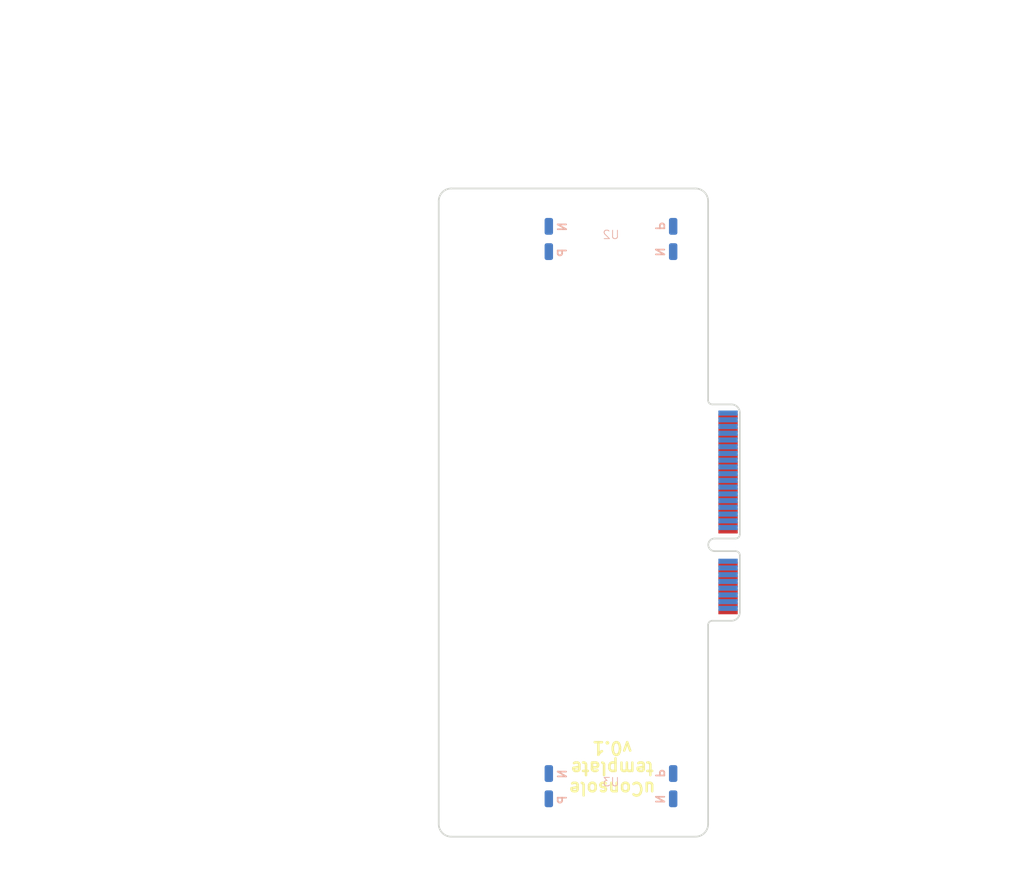
<source format=kicad_pcb>
(kicad_pcb (version 20240108) (generator "pcbnew") (generator_version "8.0")
  (title_block (title "uConsole expansion card template") (date "2024-07-10") (rev "0.1"))
  (layers (0 "F.Cu" signal) (31 "B.Cu" signal) (34 "B.Paste" user) (35 "F.Paste" user) (36 "B.SilkS" user "B.Silkscreen") (37 "F.SilkS" user "F.Silkscreen") (38 "B.Mask" user) (39 "F.Mask" user) (44 "Edge.Cuts" user))
  (net 0 "")
  (net 1 "/SPEAKER_LP")
  (net 2 "/SPEAKER_LN")
  (net 3 "/SPEAKER_RP")
  (net 4 "/SPEAKER_RN")
  (net 5 "/CAM1_DP3")
  (net 6 "/CAM1_DN3")
  (net 7 "/CAM1_DP2")
  (net 8 "/CAM1_DN2")
  (net 9 "/CAM1_CP")
  (net 10 "/CAM1_CN")
  (net 11 "/CAM1_DP1")
  (net 12 "/CAM1_DN1")
  (net 13 "/CAM1_DP0")
  (net 14 "/CAM1_DN0")
  (net 15 "+5V")
  (net 16 "GND")
  (net 17 "+3V3")
  (net 18 "/GPIO28")
  (net 19 "/GPIO29")
  (net 20 "/GPIO30")
  (net 21 "/GPIO31")
  (net 22 "/GPIO32")
  (net 23 "/GPIO33")
  (net 24 "/GPIO34")
  (net 25 "/GPIO35")
  (net 26 "/GPIO36")
  (net 27 "/GPIO37")
  (net 28 "/GPIO38")
  (net 29 "/GPIO39")
  (net 30 "/GPIO40")
  (net 31 "/GPIO41")
  (net 32 "/GPIO42")
  (net 33 "/GPIO43")
  (net 34 "/GPIO44")
  (net 35 "/GPIO45")
  (net 36 "/USB3_D-")
  (net 37 "/USB3_D+")
  (net 38 "/USB4_D-")
  (net 39 "/USB4_D+")
  (footprint "uconsole:edge-minipcie" (layer "F.Cu") (at 115.99 100)
    (property "Reference" "U1" (hide yes))
    (property "Value" "UC EXPANSION")
    (pad "1" connect rect (at 0.495 11.78) (size 2.3 0.6) (layers "F.Cu" "F.Mask") (net 1 "/SPEAKER_LP"))
    (pad "2" connect rect (at 0.495 11.38) (size 2.3 0.6) (layers "B.Cu" "B.Mask") (net 15 "+5V"))
    (pad "3" connect rect (at 0.495 10.98) (size 2.3 0.6) (layers "F.Cu" "F.Mask") (net 2 "/SPEAKER_LN"))
    (pad "4" connect rect (at 0.495 10.58) (size 2.3 0.6) (layers "B.Cu" "B.Mask") (net 15 "+5V"))
    (pad "5" connect rect (at 0.495 10.18) (size 2.3 0.6) (layers "F.Cu" "F.Mask") (net 16 "GND"))
    (pad "6" connect rect (at 0.495 9.78) (size 2.3 0.6) (layers "B.Cu" "B.Mask") (net 15 "+5V"))
    (pad "7" connect rect (at 0.495 9.38) (size 2.3 0.6) (layers "F.Cu" "F.Mask") (net 37 "/USB3_D+"))
    (pad "8" connect rect (at 0.495 8.98) (size 2.3 0.6) (layers "B.Cu" "B.Mask") (net 15 "+5V"))
    (pad "9" connect rect (at 0.495 8.58) (size 2.3 0.6) (layers "F.Cu" "F.Mask") (net 36 "/USB3_D-"))
    (pad "10" connect rect (at 0.495 8.18) (size 2.3 0.6) (layers "B.Cu" "B.Mask") (net 15 "+5V"))
    (pad "11" connect rect (at 0.495 7.78) (size 2.3 0.6) (layers "F.Cu" "F.Mask") (net 16 "GND"))
    (pad "12" connect rect (at 0.495 7.38) (size 2.3 0.6) (layers "B.Cu" "B.Mask") (net 16 "GND"))
    (pad "13" connect rect (at 0.495 6.98) (size 2.3 0.6) (layers "F.Cu" "F.Mask") (net 39 "/USB4_D+"))
    (pad "14" connect rect (at 0.495 6.58) (size 2.3 0.6) (layers "B.Cu" "B.Mask") (net 3 "/SPEAKER_RP"))
    (pad "15" connect rect (at 0.495 6.18) (size 2.3 0.6) (layers "F.Cu" "F.Mask") (net 38 "/USB4_D-"))
    (pad "16" connect rect (at 0.495 5.78) (size 2.3 0.6) (layers "B.Cu" "B.Mask") (net 4 "/SPEAKER_RN"))
    (pad "17" connect rect (at 0.495 2.18) (size 2.3 0.6) (layers "F.Cu" "F.Mask") (net 17 "+3V3"))
    (pad "18" connect rect (at 0.495 1.78) (size 2.3 0.6) (layers "B.Cu" "B.Mask") (net 18 "/GPIO28"))
    (pad "19" connect rect (at 0.495 1.38) (size 2.3 0.6) (layers "F.Cu" "F.Mask") (net 17 "+3V3"))
    (pad "20" connect rect (at 0.495 0.98) (size 2.3 0.6) (layers "B.Cu" "B.Mask") (net 19 "/GPIO29"))
    (pad "21" connect rect (at 0.495 0.58) (size 2.3 0.6) (layers "F.Cu" "F.Mask") (net 16 "GND"))
    (pad "22" connect rect (at 0.495 0.18) (size 2.3 0.6) (layers "B.Cu" "B.Mask") (net 20 "/GPIO30"))
    (pad "23" connect rect (at 0.495 -0.22) (size 2.3 0.6) (layers "F.Cu" "F.Mask") (net 5 "/CAM1_DP3"))
    (pad "24" connect rect (at 0.495 -0.62) (size 2.3 0.6) (layers "B.Cu" "B.Mask") (net 21 "/GPIO31"))
    (pad "25" connect rect (at 0.495 -1.02) (size 2.3 0.6) (layers "F.Cu" "F.Mask") (net 6 "/CAM1_DN3"))
    (pad "26" connect rect (at 0.495 -1.42) (size 2.3 0.6) (layers "B.Cu" "B.Mask") (net 22 "/GPIO32"))
    (pad "27" connect rect (at 0.495 -1.82) (size 2.3 0.6) (layers "F.Cu" "F.Mask") (net 16 "GND"))
    (pad "28" connect rect (at 0.495 -2.22) (size 2.3 0.6) (layers "B.Cu" "B.Mask") (net 23 "/GPIO33"))
    (pad "29" connect rect (at 0.495 -2.62) (size 2.3 0.6) (layers "F.Cu" "F.Mask") (net 7 "/CAM1_DP2"))
    (pad "30" connect rect (at 0.495 -3.02) (size 2.3 0.6) (layers "B.Cu" "B.Mask") (net 24 "/GPIO34"))
    (pad "31" connect rect (at 0.495 -3.42) (size 2.3 0.6) (layers "F.Cu" "F.Mask") (net 8 "/CAM1_DN2"))
    (pad "32" connect rect (at 0.495 -3.82) (size 2.3 0.6) (layers "B.Cu" "B.Mask") (net 25 "/GPIO35"))
    (pad "33" connect rect (at 0.495 -4.22) (size 2.3 0.6) (layers "F.Cu" "F.Mask") (net 16 "GND"))
    (pad "34" connect rect (at 0.495 -4.62) (size 2.3 0.6) (layers "B.Cu" "B.Mask") (net 26 "/GPIO36"))
    (pad "35" connect rect (at 0.495 -5.02) (size 2.3 0.6) (layers "F.Cu" "F.Mask") (net 9 "/CAM1_CP"))
    (pad "36" connect rect (at 0.495 -5.42) (size 2.3 0.6) (layers "B.Cu" "B.Mask") (net 27 "/GPIO37"))
    (pad "37" connect rect (at 0.495 -5.82) (size 2.3 0.6) (layers "F.Cu" "F.Mask") (net 10 "/CAM1_CN"))
    (pad "38" connect rect (at 0.495 -6.22) (size 2.3 0.6) (layers "B.Cu" "B.Mask") (net 28 "/GPIO38"))
    (pad "39" connect rect (at 0.495 -6.62) (size 2.3 0.6) (layers "F.Cu" "F.Mask") (net 16 "GND"))
    (pad "40" connect rect (at 0.495 -7.02) (size 2.3 0.6) (layers "B.Cu" "B.Mask") (net 29 "/GPIO39"))
    (pad "41" connect rect (at 0.495 -7.42) (size 2.3 0.6) (layers "F.Cu" "F.Mask") (net 11 "/CAM1_DP1"))
    (pad "42" connect rect (at 0.495 -7.82) (size 2.3 0.6) (layers "B.Cu" "B.Mask") (net 30 "/GPIO40"))
    (pad "43" connect rect (at 0.495 -8.22) (size 2.3 0.6) (layers "F.Cu" "F.Mask") (net 12 "/CAM1_DN1"))
    (pad "44" connect rect (at 0.495 -8.62) (size 2.3 0.6) (layers "B.Cu" "B.Mask") (net 31 "/GPIO41"))
    (pad "45" connect rect (at 0.495 -9.02) (size 2.3 0.6) (layers "F.Cu" "F.Mask") (net 16 "GND"))
    (pad "46" connect rect (at 0.495 -9.42) (size 2.3 0.6) (layers "B.Cu" "B.Mask") (net 32 "/GPIO42"))
    (pad "47" connect rect (at 0.495 -9.82) (size 2.3 0.6) (layers "F.Cu" "F.Mask") (net 13 "/CAM1_DP0"))
    (pad "48" connect rect (at 0.495 -10.22) (size 2.3 0.6) (layers "B.Cu" "B.Mask") (net 33 "/GPIO43"))
    (pad "49" connect rect (at 0.495 -10.62) (size 2.3 0.6) (layers "F.Cu" "F.Mask") (net 14 "/CAM1_DN0"))
    (pad "50" connect rect (at 0.495 -11.02) (size 2.3 0.6) (layers "B.Cu" "B.Mask") (net 34 "/GPIO44"))
    (pad "51" connect rect (at 0.495 -11.42) (size 2.3 0.6) (layers "F.Cu" "F.Mask") (net 16 "GND"))
    (pad "52" connect rect (at 0.495 -11.82) (size 2.3 0.6) (layers "B.Cu" "B.Mask") (net 35 "/GPIO45"))
  )
  (footprint "MountingHole:MountingHole_5mm" (layer "F.Cu") (at 89.115 67.5)
    (property "Reference" "H1" (hide yes))
    (property "Value" "MountingHole")
    (pad "" np_thru_hole circle (at 0 0) (size 5 5) (drill 5) (layers "*.Cu" "*.Mask"))
  )
  (footprint "MountingHole:MountingHole_5mm" (layer "F.Cu") (at 89.115 132.5)
    (property "Reference" "H2" (hide yes))
    (property "Value" "MountingHole")
    (pad "" np_thru_hole circle (at 0 0) (size 5 5) (drill 5) (layers "*.Cu" "*.Mask"))
  )
  (footprint "uconsole:speaker pads" (layer "B.Cu") (at 102.58 132.5 180)
    (property "Reference" "U3" (at 0 0.5 0) (layer "B.SilkS") (effects (font (thickness 0.1)) (justify mirror)))
    (property "Value" "Speaker")
    (fp_text user "N" (at -5.2 -2.2 -90) (layer "B.SilkS") (effects (font (thickness 0.2) (bold yes)) (justify left bottom mirror)))
    (fp_text user "P" (at 5.2 -1 90) (layer "B.SilkS") (effects (font (thickness 0.2) (bold yes)) (justify left bottom mirror)))
    (fp_text user "N" (at 5.2 2.1 90) (layer "B.SilkS") (effects (font (thickness 0.2) (bold yes)) (justify left bottom mirror)))
    (fp_text user "P" (at -5.2 0.9 -90) (layer "B.SilkS") (effects (font (thickness 0.2) (bold yes)) (justify left bottom mirror)))
    (pad "1" connect roundrect (at -7.385 1.5 180) (size 1 2) (layers "B.Cu" "B.Mask") (net 1 "/SPEAKER_LP"))
    (pad "2" connect roundrect (at -7.385 -1.5 180) (size 1 2) (layers "B.Cu" "B.Mask") (net 2 "/SPEAKER_LN"))
    (pad "3" connect roundrect (at 7.385 -1.5 180) (size 1 2) (layers "B.Cu" "B.Mask") (net 1 "/SPEAKER_LP"))
    (pad "4" connect roundrect (at 7.385 1.5 180) (size 1 2) (layers "B.Cu" "B.Mask") (net 2 "/SPEAKER_LN"))
  )
  (footprint "uconsole:speaker pads" (layer "B.Cu") (at 102.58 67.5 180)
    (property "Reference" "U2" (at 0 0.5 0) (layer "B.SilkS") (effects (font (thickness 0.1)) (justify mirror)))
    (property "Value" "Speaker")
    (fp_text user "N" (at 5.2 2.1 90) (layer "B.SilkS") (effects (font (thickness 0.2) (bold yes)) (justify left bottom mirror)))
    (fp_text user "N" (at -5.2 -2.2 -90) (layer "B.SilkS") (effects (font (thickness 0.2) (bold yes)) (justify left bottom mirror)))
    (fp_text user "P" (at 5.2 -1 90) (layer "B.SilkS") (effects (font (thickness 0.2) (bold yes)) (justify left bottom mirror)))
    (fp_text user "P" (at -5.2 0.9 -90) (layer "B.SilkS") (effects (font (thickness 0.2) (bold yes)) (justify left bottom mirror)))
    (pad "1" connect roundrect (at -7.385 1.5 180) (size 1 2) (layers "B.Cu" "B.Mask") (net 3 "/SPEAKER_RP"))
    (pad "2" connect roundrect (at -7.385 -1.5 180) (size 1 2) (layers "B.Cu" "B.Mask") (net 4 "/SPEAKER_RN"))
    (pad "3" connect roundrect (at 7.385 -1.5 180) (size 1 2) (layers "B.Cu" "B.Mask") (net 3 "/SPEAKER_RP"))
    (pad "4" connect roundrect (at 7.385 1.5 180) (size 1 2) (layers "B.Cu" "B.Mask") (net 4 "/SPEAKER_RN"))
  )
  (gr_arc (start 116.885 87.15) (mid 117.592107 87.442893) (end 117.885 88.15) (stroke (width 0.2)) (layer "Edge.Cuts"))
  (gr_line (start 83.615 61.5) (end 112.615 61.5) (stroke (width 0.2)) (layer "Edge.Cuts"))
  (gr_arc (start 83.615 138.5) (mid 82.55434 138.06066) (end 82.115 137) (stroke (width 0.2)) (layer "Edge.Cuts"))
  (gr_arc (start 117.885 111.85) (mid 117.592107 112.557107) (end 116.885 112.85) (stroke (width 0.2)) (layer "Edge.Cuts"))
  (gr_line (start 116.885 112.85) (end 114.615 112.85) (stroke (width 0.2)) (layer "Edge.Cuts"))
  (gr_line (start 114.115 63) (end 114.115 86.65) (stroke (width 0.2)) (layer "Edge.Cuts"))
  (gr_line (start 114.115 113.35) (end 114.115 137) (stroke (width 0.2)) (layer "Edge.Cuts"))
  (gr_line (start 117.885 88.15) (end 117.885 102.58) (stroke (width 0.2)) (layer "Edge.Cuts"))
  (gr_line (start 112.615 138.5) (end 83.615 138.5) (stroke (width 0.2)) (layer "Edge.Cuts"))
  (gr_line (start 82.115 137) (end 82.115 63) (stroke (width 0.2)) (layer "Edge.Cuts"))
  (gr_arc (start 117.885 102.58) (mid 117.738553 102.933553) (end 117.385 103.08) (stroke (width 0.2)) (layer "Edge.Cuts"))
  (gr_arc (start 114.885 104.58) (mid 114.135 103.83) (end 114.885 103.08) (stroke (width 0.2)) (layer "Edge.Cuts"))
  (gr_arc (start 114.115 113.35) (mid 114.261447 112.996447) (end 114.615 112.85) (stroke (width 0.2)) (layer "Edge.Cuts"))
  (gr_line (start 114.885 103.08) (end 117.385 103.08) (stroke (width 0.2)) (layer "Edge.Cuts"))
  (gr_arc (start 117.385 104.58) (mid 117.738553 104.726447) (end 117.885 105.08) (stroke (width 0.2)) (layer "Edge.Cuts"))
  (gr_arc (start 114.115 137) (mid 113.67566 138.06066) (end 112.615 138.5) (stroke (width 0.2)) (layer "Edge.Cuts"))
  (gr_line (start 117.885 105.08) (end 117.885 111.85) (stroke (width 0.2)) (layer "Edge.Cuts"))
  (gr_arc (start 114.615 87.15) (mid 114.261447 87.003553) (end 114.115 86.65) (stroke (width 0.2)) (layer "Edge.Cuts"))
  (gr_line (start 114.615 87.15) (end 116.885 87.15) (stroke (width 0.2)) (layer "Edge.Cuts"))
  (gr_line (start 117.385 104.58) (end 114.885 104.58) (stroke (width 0.2)) (layer "Edge.Cuts"))
  (gr_arc (start 112.615 61.5) (mid 113.67566 61.93934) (end 114.115 63) (stroke (width 0.2)) (layer "Edge.Cuts"))
  (gr_arc (start 82.115 63) (mid 82.55434 61.93934) (end 83.615 61.5) (stroke (width 0.2)) (layer "Edge.Cuts"))
  (gr_text "uConsole\ntemplate\nv${REVISION}" (at 102.72 133.66 180) (layer "F.SilkS") (effects (font (size 1.5 1.5) (thickness 0.3) (bold yes)) (justify top)))
)
</source>
